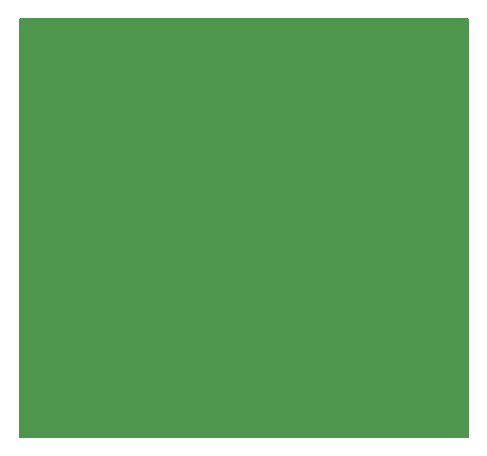
<source format=gbr>
G04 #@! TF.GenerationSoftware,KiCad,Pcbnew,(6.0.7)*
G04 #@! TF.CreationDate,2022-08-26T14:01:08-05:00*
G04 #@! TF.ProjectId,UTCPW_MountingBoard,55544350-575f-44d6-9f75-6e74696e6742,rev?*
G04 #@! TF.SameCoordinates,Original*
G04 #@! TF.FileFunction,Soldermask,Bot*
G04 #@! TF.FilePolarity,Negative*
%FSLAX46Y46*%
G04 Gerber Fmt 4.6, Leading zero omitted, Abs format (unit mm)*
G04 Created by KiCad (PCBNEW (6.0.7)) date 2022-08-26 14:01:08*
%MOMM*%
%LPD*%
G01*
G04 APERTURE LIST*
%ADD10C,2.700000*%
%ADD11C,1.219200*%
G04 APERTURE END LIST*
D10*
G04 #@! TO.C,REF\u002A\u002A*
X111125000Y-91287600D03*
G04 #@! TD*
G04 #@! TO.C,REF\u002A\u002A*
X142875000Y-91287600D03*
G04 #@! TD*
D11*
G04 #@! TO.C,REF\u002A\u002A*
X140919200Y-120167400D03*
X138480800Y-120167400D03*
X138480800Y-117957600D03*
X140919200Y-117957600D03*
G04 #@! TD*
G04 #@! TO.C,REF\u002A\u002A*
X115519200Y-120167400D03*
X113080800Y-120167400D03*
X113080800Y-117957600D03*
X115519200Y-117957600D03*
G04 #@! TD*
D10*
G04 #@! TO.C,REF\u002A\u002A*
X111125000Y-111912400D03*
G04 #@! TD*
G04 #@! TO.C,REF\u002A\u002A*
X142875000Y-111912400D03*
G04 #@! TD*
D11*
G04 #@! TO.C,REF\u002A\u002A*
X127619200Y-120167400D03*
X125180800Y-120167400D03*
X125180800Y-117957600D03*
X127619200Y-117957600D03*
G04 #@! TD*
G36*
X145992121Y-86380002D02*
G01*
X146038614Y-86433658D01*
X146050000Y-86486000D01*
X146050000Y-121794000D01*
X146029998Y-121862121D01*
X145976342Y-121908614D01*
X145924000Y-121920000D01*
X108076000Y-121920000D01*
X108007879Y-121899998D01*
X107961386Y-121846342D01*
X107950000Y-121794000D01*
X107950000Y-86486000D01*
X107970002Y-86417879D01*
X108023658Y-86371386D01*
X108076000Y-86360000D01*
X145924000Y-86360000D01*
X145992121Y-86380002D01*
G37*
M02*

</source>
